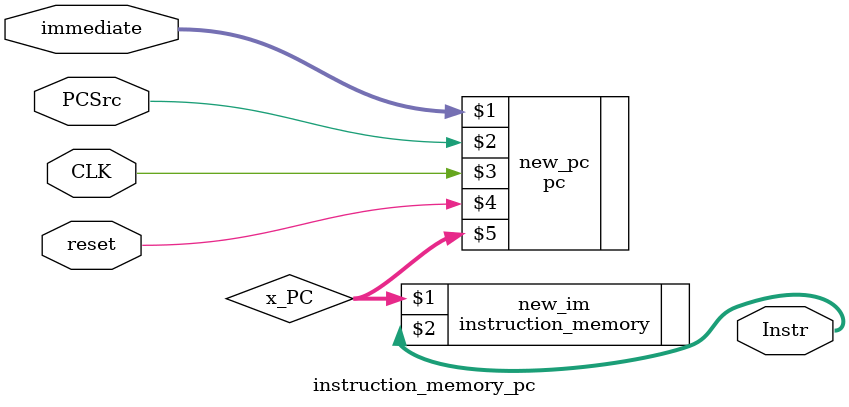
<source format=sv>
`include "instruction_memory.sv"
`include "pc.sv"

module instruction_memory_pc (input logic[7:0] immediate,
                            input logic PCSrc, CLK, reset,
                            output logic [23:0] Instr);
logic[7:0] x_PC;             

pc new_pc (immediate, PCSrc, CLK, reset, x_PC);
instruction_memory new_im(x_PC, Instr);
endmodule
</source>
